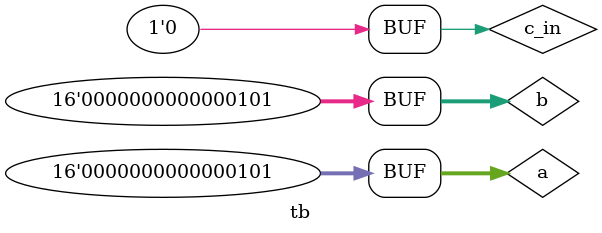
<source format=v>
`include "rca.v"
module tb;
 parameter w = 16;
wire [w-1:0] sum;
wire c_out;
reg [w-1:0] a;
reg  [w-1:0] b;
reg c_in;

rca i0 (sum, c_out , a, b, c_in);

initial begin
    c_in = 0;
    a = 16'b101; b = 16'b010;
 #1 a = 16'b111; b = 16'b111;
 #1 a = 16'b101; b = 16'b101;   
end
initial begin
    $monitor ($time , "a = %b, b = %b, c_out = %b, sum = %b , c_in = %b", a, b, c_out, sum, c_in);
end
endmodule



</source>
